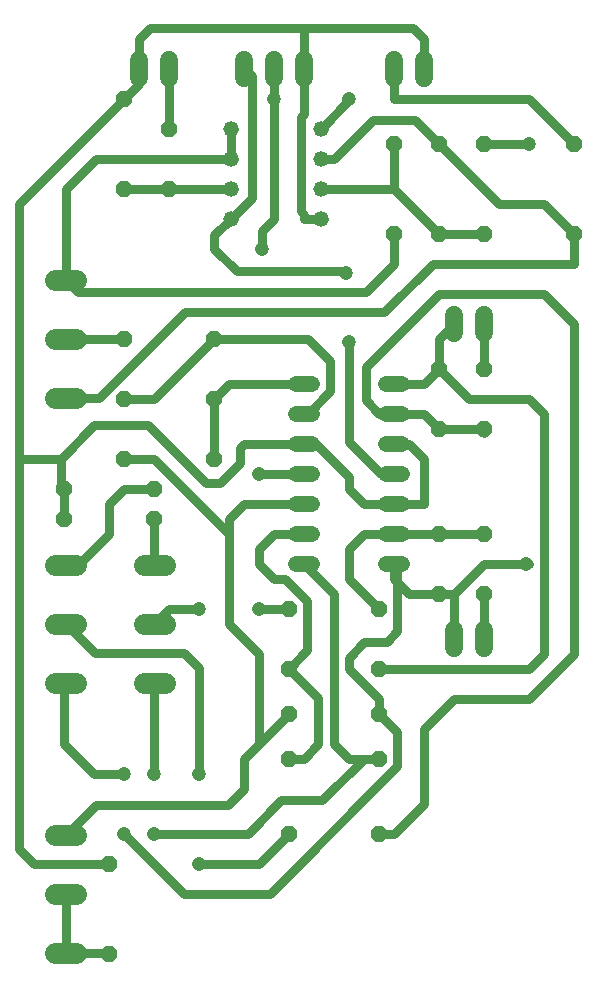
<source format=gbr>
G04 EAGLE Gerber RS-274X export*
G75*
%MOMM*%
%FSLAX34Y34*%
%LPD*%
%INBottom Copper*%
%IPPOS*%
%AMOC8*
5,1,8,0,0,1.08239X$1,22.5*%
G01*
%ADD10P,1.429621X8X292.500000*%
%ADD11P,1.429621X8X112.500000*%
%ADD12C,1.524000*%
%ADD13P,1.429621X8X22.500000*%
%ADD14P,1.429621X8X202.500000*%
%ADD15C,1.800000*%
%ADD16C,1.320800*%
%ADD17C,1.320800*%
%ADD18C,0.787400*%
%ADD19C,1.206400*%


D10*
X139700Y876300D03*
X139700Y825500D03*
X368300Y533400D03*
X368300Y482600D03*
D11*
X368300Y622300D03*
X368300Y673100D03*
D10*
X406400Y533400D03*
X406400Y482600D03*
D11*
X406400Y622300D03*
X406400Y673100D03*
D12*
X114300Y919480D02*
X114300Y934720D01*
X139700Y934720D02*
X139700Y919480D01*
X330200Y919480D02*
X330200Y934720D01*
X355600Y934720D02*
X355600Y919480D01*
X381000Y718820D02*
X381000Y703580D01*
X406400Y703580D02*
X406400Y718820D01*
X406400Y452120D02*
X406400Y436880D01*
X381000Y436880D02*
X381000Y452120D01*
D10*
X101600Y901700D03*
X101600Y825500D03*
D13*
X241300Y419100D03*
X317500Y419100D03*
X50800Y546100D03*
X127000Y546100D03*
X50800Y571500D03*
X127000Y571500D03*
X241300Y469900D03*
X317500Y469900D03*
X241300Y381000D03*
X317500Y381000D03*
X241300Y279400D03*
X317500Y279400D03*
D10*
X406400Y863600D03*
X406400Y787400D03*
D11*
X330200Y787400D03*
X330200Y863600D03*
X368300Y787400D03*
X368300Y863600D03*
X482600Y787400D03*
X482600Y863600D03*
D14*
X177800Y698500D03*
X101600Y698500D03*
D13*
X101600Y647700D03*
X177800Y647700D03*
D14*
X177800Y596900D03*
X101600Y596900D03*
D10*
X88900Y254000D03*
X88900Y177800D03*
D13*
X241300Y342900D03*
X317500Y342900D03*
D15*
X61300Y748500D02*
X43300Y748500D01*
X43300Y698500D02*
X61300Y698500D01*
X61300Y648500D02*
X43300Y648500D01*
X43300Y278600D02*
X61300Y278600D01*
X61300Y228600D02*
X43300Y228600D01*
X43300Y178600D02*
X61300Y178600D01*
X61300Y507200D02*
X43300Y507200D01*
X43300Y457200D02*
X61300Y457200D01*
X61300Y407200D02*
X43300Y407200D01*
X118300Y507200D02*
X136300Y507200D01*
X136300Y457200D02*
X118300Y457200D01*
X118300Y407200D02*
X136300Y407200D01*
D16*
X191770Y876300D03*
X191770Y850900D03*
X267970Y850900D03*
X267970Y876300D03*
X191770Y825500D03*
X191770Y800100D03*
X267970Y825500D03*
X267970Y800100D03*
D17*
X260604Y660400D02*
X247396Y660400D01*
X247396Y635000D02*
X260604Y635000D01*
X260604Y508000D02*
X247396Y508000D01*
X323596Y508000D02*
X336804Y508000D01*
X260604Y609600D02*
X247396Y609600D01*
X247396Y584200D02*
X260604Y584200D01*
X260604Y533400D02*
X247396Y533400D01*
X247396Y558800D02*
X260604Y558800D01*
X323596Y533400D02*
X336804Y533400D01*
X336804Y558800D02*
X323596Y558800D01*
X323596Y584200D02*
X336804Y584200D01*
X336804Y609600D02*
X323596Y609600D01*
X323596Y635000D02*
X336804Y635000D01*
X336804Y660400D02*
X323596Y660400D01*
D12*
X203200Y919480D02*
X203200Y934720D01*
X228600Y934720D02*
X228600Y919480D01*
X254000Y919480D02*
X254000Y934720D01*
D18*
X191770Y825500D02*
X139700Y825500D01*
X101600Y825500D01*
X267970Y876300D02*
X292100Y900430D01*
X292100Y901700D01*
D19*
X292100Y901700D03*
D18*
X228854Y901446D02*
X228600Y901700D01*
X228854Y800354D02*
X218376Y789876D01*
D19*
X218376Y774700D03*
D18*
X228854Y800354D02*
X228854Y901446D01*
X228600Y901700D02*
X228600Y927100D01*
D19*
X228600Y901700D03*
D18*
X218376Y789876D02*
X218376Y774700D01*
D19*
X215900Y584200D03*
D18*
X254000Y584200D01*
X209550Y920750D02*
X203200Y927100D01*
X209550Y920750D02*
X209550Y817880D01*
X191770Y800100D01*
X177927Y786257D01*
X288290Y755650D02*
X289560Y754380D01*
D19*
X289560Y754380D03*
X292100Y696151D03*
D18*
X177927Y774700D02*
X177927Y786257D01*
X177927Y774700D02*
X196977Y755650D01*
X288290Y755650D01*
X292100Y696151D02*
X292100Y678720D01*
X291846Y678466D01*
X291846Y642334D01*
X292100Y642080D01*
X292100Y610870D01*
X318770Y584200D01*
X330200Y584200D01*
X330200Y558800D02*
X304800Y558800D01*
X267970Y800100D02*
X254000Y800100D01*
X355600Y927100D02*
X355600Y952500D01*
X346581Y961519D01*
X254000Y961519D01*
X123319Y961519D01*
X114300Y952500D02*
X114300Y927100D01*
X114300Y952500D02*
X123319Y961519D01*
X203200Y609600D02*
X254000Y609600D01*
X203200Y609600D02*
X199771Y606171D01*
X199771Y593471D01*
X182499Y576199D01*
X171101Y576199D01*
X122079Y625221D01*
X76200Y625221D01*
X47879Y596900D01*
X330200Y609600D02*
X342900Y609600D01*
X355600Y596900D02*
X355600Y558800D01*
X330200Y558800D01*
X12573Y596900D02*
X12573Y609600D01*
X254000Y889000D02*
X254000Y927100D01*
X251079Y806330D02*
X254000Y803409D01*
X251079Y806330D02*
X251079Y886079D01*
X254000Y889000D01*
X254000Y803409D02*
X254000Y800100D01*
X254000Y927100D02*
X254000Y961519D01*
X254000Y609600D02*
X264160Y609600D01*
X292100Y581660D02*
X292100Y571500D01*
X292100Y581660D02*
X264160Y609600D01*
X292100Y571500D02*
X304800Y558800D01*
X47879Y596900D02*
X12573Y596900D01*
X50800Y571500D02*
X50800Y546100D01*
X50800Y571500D02*
X47879Y574421D01*
X47879Y596900D01*
X342900Y609600D02*
X355600Y596900D01*
X88900Y254000D02*
X25400Y254000D01*
X12700Y266700D01*
X12700Y609473D02*
X12573Y609600D01*
X12573Y596900D02*
X12700Y596773D01*
X12700Y266700D01*
X114300Y914400D02*
X114300Y927100D01*
X114300Y914400D02*
X101600Y901700D01*
X12573Y812673D01*
X12573Y609600D01*
X191770Y850900D02*
X191770Y876300D01*
X330200Y787400D02*
X330200Y761746D01*
X52300Y748500D02*
X52300Y825349D01*
X77851Y850900D01*
X306324Y737870D02*
X330200Y761746D01*
X306324Y737870D02*
X62930Y737870D01*
X52300Y748500D01*
X77851Y850900D02*
X191770Y850900D01*
X267970Y850900D02*
X279400Y850900D01*
X347980Y883920D02*
X368300Y863600D01*
X347980Y883920D02*
X312420Y883920D01*
X279400Y850900D01*
X457200Y812800D02*
X482600Y787400D01*
X457200Y812800D02*
X419100Y812800D01*
X362934Y762254D02*
X322040Y721360D01*
X482600Y762254D02*
X482600Y787400D01*
X419100Y812800D02*
X368300Y863600D01*
X362934Y762254D02*
X482600Y762254D01*
X153169Y721360D02*
X80309Y648500D01*
X153169Y721360D02*
X322040Y721360D01*
X80309Y648500D02*
X52300Y648500D01*
X267970Y825500D02*
X330200Y825500D01*
X330200Y863600D01*
X330200Y825500D02*
X368300Y787400D01*
X406400Y787400D01*
X317500Y393760D02*
X317500Y381000D01*
X317500Y393760D02*
X292160Y419100D01*
X52300Y407200D02*
X50800Y405700D01*
X50800Y355600D01*
X342900Y482600D02*
X368300Y482600D01*
X342900Y482600D02*
X330200Y495300D01*
X330200Y508000D01*
X368300Y482600D02*
X381000Y482600D01*
X333121Y450730D02*
X323970Y441579D01*
X292160Y428552D02*
X292160Y419100D01*
X292160Y428552D02*
X305188Y441579D01*
X323970Y441579D01*
X76200Y330200D02*
X50800Y355600D01*
X317500Y381000D02*
X333121Y365379D01*
X333121Y336430D01*
X225291Y228600D01*
X152400Y228600D01*
X406400Y863600D02*
X444500Y863600D01*
D19*
X444500Y863600D03*
D18*
X330200Y508000D02*
X333121Y505079D01*
X333121Y450730D01*
X381000Y444500D02*
X381000Y482600D01*
X406400Y508000D01*
X442151Y508000D01*
X444281Y508000D01*
D19*
X442151Y508000D03*
D18*
X101600Y330200D02*
X76200Y330200D01*
D19*
X101600Y330200D03*
X101600Y279400D03*
D18*
X152400Y228600D01*
X330200Y901700D02*
X444500Y901700D01*
X330200Y901700D02*
X330200Y927100D01*
X444500Y901700D02*
X482600Y863600D01*
X127000Y647700D02*
X101600Y647700D01*
X257295Y635000D02*
X276225Y653930D01*
X276225Y679570D01*
X257295Y635000D02*
X254000Y635000D01*
X276225Y679570D02*
X257295Y698500D01*
X177800Y698500D01*
X127000Y647700D01*
X177800Y647700D02*
X177800Y596900D01*
X190500Y660400D02*
X254000Y660400D01*
X190500Y660400D02*
X177800Y647700D01*
X101600Y698500D02*
X52300Y698500D01*
X101600Y596900D02*
X127000Y596900D01*
X190500Y533400D01*
X203200Y558800D02*
X254000Y558800D01*
X190500Y546100D02*
X190500Y533400D01*
X241300Y381000D02*
X215900Y355600D01*
X203200Y342900D01*
X203200Y317500D01*
X189700Y304000D01*
X77700Y304000D01*
X52300Y278600D01*
X190500Y546100D02*
X203200Y558800D01*
X190500Y533400D02*
X190500Y457200D01*
X215900Y431800D01*
X215900Y355600D01*
X52300Y228600D02*
X52300Y178600D01*
X88100Y178600D01*
X88900Y177800D01*
X241300Y342900D02*
X254000Y342900D01*
X266252Y355152D01*
X266252Y394148D01*
X241300Y419100D01*
X256921Y434721D01*
X238005Y495300D02*
X228600Y495300D01*
X215900Y508000D01*
X228600Y533400D02*
X254000Y533400D01*
X228600Y533400D02*
X215900Y520700D01*
X215900Y508000D01*
X238005Y495300D02*
X256921Y476384D01*
X256921Y434721D01*
X279206Y482794D02*
X254000Y508000D01*
X279206Y482794D02*
X279206Y355794D01*
X292100Y342900D02*
X317500Y342900D01*
X292100Y342900D02*
X279206Y355794D01*
X304800Y342900D02*
X317500Y342900D01*
X304800Y342900D02*
X269621Y307721D01*
X234830Y307721D01*
X206509Y279400D01*
X127300Y330500D02*
X127300Y407200D01*
X127300Y330500D02*
X127000Y330200D01*
D19*
X127000Y330200D03*
X127000Y279400D03*
D18*
X206509Y279400D01*
X127300Y507200D02*
X127000Y507500D01*
X127000Y546100D01*
X52300Y509500D02*
X52300Y507200D01*
X101600Y571500D02*
X127000Y571500D01*
X101600Y571500D02*
X88900Y558800D01*
X88900Y533400D01*
X62700Y507200D01*
X52300Y507200D01*
X127300Y457200D02*
X140000Y469900D01*
X165100Y469900D01*
D19*
X165100Y469900D03*
X215900Y469900D03*
D18*
X241300Y469900D01*
X70600Y438900D02*
X52300Y457200D01*
X241300Y279400D02*
X215900Y254000D01*
X165100Y254000D01*
D19*
X165100Y254000D03*
X165100Y330200D03*
D18*
X152400Y432550D02*
X88900Y432550D01*
X152400Y432550D02*
X165100Y419850D01*
X165100Y330200D01*
X76950Y432550D02*
X70600Y438900D01*
X76950Y432550D02*
X88900Y432550D01*
X330200Y660400D02*
X355600Y660400D01*
X368300Y673100D01*
X317500Y419100D02*
X444500Y419100D01*
X368300Y673100D02*
X368300Y698500D01*
X381000Y711200D01*
X368300Y673100D02*
X393700Y647700D01*
X444500Y647700D01*
X457299Y502698D02*
X457200Y502599D01*
X457200Y431800D01*
X457200Y635000D02*
X444500Y647700D01*
X457200Y431800D02*
X444500Y419100D01*
X457200Y502599D02*
X457200Y635000D01*
X368300Y533400D02*
X330200Y533400D01*
X406400Y533400D02*
X406400Y533400D01*
X368300Y533400D01*
X317500Y469900D02*
X292100Y495300D01*
X304800Y533400D02*
X330200Y533400D01*
X304800Y533400D02*
X292100Y520700D01*
X292100Y495300D01*
X368300Y622300D02*
X355600Y635000D01*
X330200Y635000D01*
X317500Y635000D01*
X306070Y646430D01*
X306070Y674370D01*
X317500Y279400D02*
X330200Y279400D01*
X482600Y431800D02*
X482600Y711200D01*
X406400Y622300D02*
X406400Y618363D01*
X306070Y674370D02*
X368300Y736600D01*
X457200Y736600D01*
X406400Y622300D02*
X368300Y622300D01*
X457200Y736600D02*
X482600Y711200D01*
X482600Y431800D02*
X444500Y393700D01*
X355600Y304800D02*
X330200Y279400D01*
X381000Y393700D02*
X444500Y393700D01*
X355600Y368300D02*
X355600Y304800D01*
X355600Y368300D02*
X381000Y393700D01*
X406400Y444500D02*
X406400Y482600D01*
X406400Y673100D02*
X406400Y711200D01*
X139700Y876300D02*
X139700Y927100D01*
M02*

</source>
